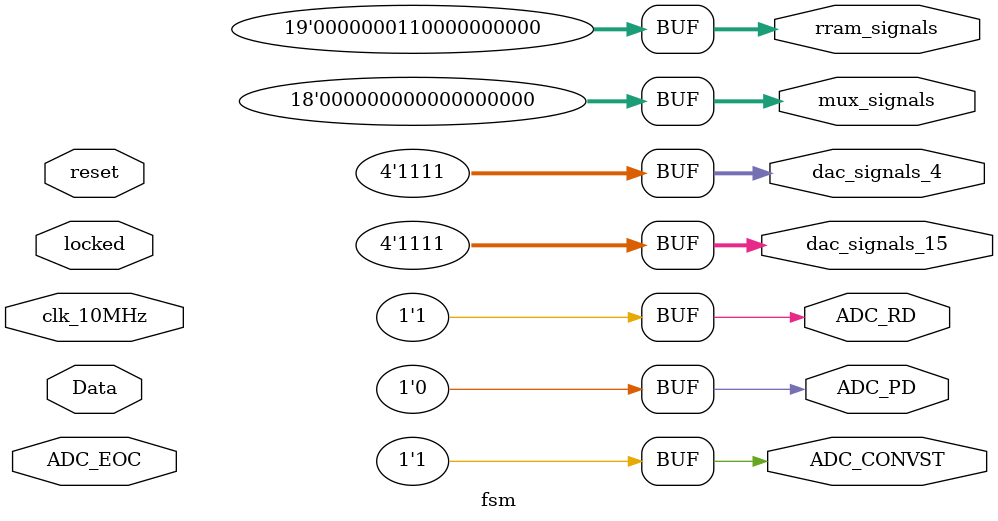
<source format=v>
module fsm(
    input clk_10MHz, locked, reset,
    output [17:0]mux_signals,
    output [18:0]rram_signals,
    output [3:0]dac_signals_4,
    output [3:0]dac_signals_15,
    input ADC_EOC,
    input [7:0]Data,
    output ADC_CONVST, ADC_RD, ADC_PD
);
    assign mux_signals = 18'b00_0000_0000_0000_0000;
    assign rram_signals = 19'b000_0000_1100_0000_0000;
    assign dac_signals_4 = 4'b1111;
    assign dac_signals_15 = 4'b1111;
    assign ADC_CONVST = 1'b1;
    assign ADC_RD = 1'b1;
    assign ADC_PD = 1'b0;
endmodule
</source>
